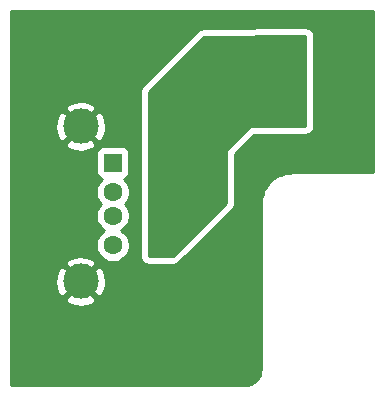
<source format=gbl>
G04 #@! TF.GenerationSoftware,KiCad,Pcbnew,(5.1.9)-1*
G04 #@! TF.CreationDate,2021-08-18T12:55:09-04:00*
G04 #@! TF.ProjectId,si-mips-usb-a-if,73692d6d-6970-4732-9d75-73622d612d69,rev?*
G04 #@! TF.SameCoordinates,Original*
G04 #@! TF.FileFunction,Copper,L2,Bot*
G04 #@! TF.FilePolarity,Positive*
%FSLAX46Y46*%
G04 Gerber Fmt 4.6, Leading zero omitted, Abs format (unit mm)*
G04 Created by KiCad (PCBNEW (5.1.9)-1) date 2021-08-18 12:55:09*
%MOMM*%
%LPD*%
G01*
G04 APERTURE LIST*
G04 #@! TA.AperFunction,ComponentPad*
%ADD10C,1.600000*%
G04 #@! TD*
G04 #@! TA.AperFunction,ComponentPad*
%ADD11R,1.500000X1.600000*%
G04 #@! TD*
G04 #@! TA.AperFunction,ComponentPad*
%ADD12C,3.000000*%
G04 #@! TD*
G04 #@! TA.AperFunction,ComponentPad*
%ADD13C,5.000000*%
G04 #@! TD*
G04 #@! TA.AperFunction,ViaPad*
%ADD14C,0.800000*%
G04 #@! TD*
G04 #@! TA.AperFunction,ViaPad*
%ADD15C,1.000000*%
G04 #@! TD*
G04 #@! TA.AperFunction,Conductor*
%ADD16C,0.254000*%
G04 #@! TD*
G04 #@! TA.AperFunction,Conductor*
%ADD17C,0.100000*%
G04 #@! TD*
G04 APERTURE END LIST*
D10*
G04 #@! TO.P,J1,4*
G04 #@! TO.N,GND*
X97800000Y-80000000D03*
G04 #@! TO.P,J1,3*
G04 #@! TO.N,/D+*
X97800000Y-77500000D03*
G04 #@! TO.P,J1,2*
G04 #@! TO.N,/D-*
X97800000Y-75500000D03*
D11*
G04 #@! TO.P,J1,1*
G04 #@! TO.N,VBUS*
X97800000Y-73000000D03*
D12*
G04 #@! TO.P,J1,5*
G04 #@! TO.N,Earth*
X95090000Y-83070000D03*
X95090000Y-69930000D03*
G04 #@! TD*
D13*
G04 #@! TO.P,H1,1*
G04 #@! TO.N,Earth*
X94870000Y-64000000D03*
G04 #@! TD*
G04 #@! TO.P,H2,1*
G04 #@! TO.N,Earth*
X94870000Y-89000000D03*
G04 #@! TD*
D14*
G04 #@! TO.N,GND*
X106250000Y-64500000D03*
X105250000Y-65500000D03*
X104250000Y-66500000D03*
X103250000Y-67500000D03*
X102250000Y-68500000D03*
X101750000Y-69750000D03*
X101750000Y-71000000D03*
X101750000Y-72250000D03*
X109080000Y-69000000D03*
X110250000Y-69000000D03*
X108040000Y-70040000D03*
X107040000Y-71040000D03*
X106690000Y-72560000D03*
X106690000Y-74060000D03*
X106690000Y-75310000D03*
X106500000Y-76500000D03*
X105625000Y-77375000D03*
X104500000Y-78500000D03*
X103500000Y-79500000D03*
X101750000Y-80000000D03*
G04 #@! TO.N,Earth*
X118400000Y-71570000D03*
X115700000Y-73350000D03*
X112650000Y-72550000D03*
X118400000Y-62340000D03*
X115690000Y-60670000D03*
D15*
X99670000Y-76470000D03*
G04 #@! TD*
D16*
G04 #@! TO.N,Earth*
X119840001Y-73840000D02*
X112967581Y-73840000D01*
X112938627Y-73842852D01*
X112926219Y-73842765D01*
X112917047Y-73843665D01*
X112528855Y-73884466D01*
X112470299Y-73896486D01*
X112411498Y-73907702D01*
X112402677Y-73910366D01*
X112029802Y-74025790D01*
X111974647Y-74048975D01*
X111919194Y-74071379D01*
X111911062Y-74075704D01*
X111911057Y-74075706D01*
X111911053Y-74075709D01*
X111567702Y-74261357D01*
X111518101Y-74294813D01*
X111468054Y-74327563D01*
X111460913Y-74333387D01*
X111160158Y-74582194D01*
X111118019Y-74624629D01*
X111075269Y-74666492D01*
X111069396Y-74673593D01*
X110822695Y-74976077D01*
X110789598Y-75025893D01*
X110755795Y-75075259D01*
X110751413Y-75083365D01*
X110568163Y-75428007D01*
X110545368Y-75483313D01*
X110521802Y-75538296D01*
X110519077Y-75547099D01*
X110406259Y-75920770D01*
X110394639Y-75979458D01*
X110382203Y-76037961D01*
X110381240Y-76047126D01*
X110343150Y-76435595D01*
X110340000Y-76467582D01*
X110340001Y-90467711D01*
X110311375Y-90759660D01*
X110235965Y-91009429D01*
X110113477Y-91239794D01*
X109948579Y-91441979D01*
X109747546Y-91608288D01*
X109518046Y-91732378D01*
X109268805Y-91809531D01*
X108978911Y-91840000D01*
X89160000Y-91840000D01*
X89160000Y-84561653D01*
X93777952Y-84561653D01*
X93933962Y-84877214D01*
X94308745Y-85068020D01*
X94713551Y-85182044D01*
X95132824Y-85214902D01*
X95550451Y-85165334D01*
X95950383Y-85035243D01*
X96246038Y-84877214D01*
X96402048Y-84561653D01*
X95090000Y-83249605D01*
X93777952Y-84561653D01*
X89160000Y-84561653D01*
X89160000Y-83112824D01*
X92945098Y-83112824D01*
X92994666Y-83530451D01*
X93124757Y-83930383D01*
X93282786Y-84226038D01*
X93598347Y-84382048D01*
X94910395Y-83070000D01*
X95269605Y-83070000D01*
X96581653Y-84382048D01*
X96897214Y-84226038D01*
X97088020Y-83851255D01*
X97202044Y-83446449D01*
X97234902Y-83027176D01*
X97185334Y-82609549D01*
X97055243Y-82209617D01*
X96897214Y-81913962D01*
X96581653Y-81757952D01*
X95269605Y-83070000D01*
X94910395Y-83070000D01*
X93598347Y-81757952D01*
X93282786Y-81913962D01*
X93091980Y-82288745D01*
X92977956Y-82693551D01*
X92945098Y-83112824D01*
X89160000Y-83112824D01*
X89160000Y-81578347D01*
X93777952Y-81578347D01*
X95090000Y-82890395D01*
X96402048Y-81578347D01*
X96246038Y-81262786D01*
X95871255Y-81071980D01*
X95466449Y-80957956D01*
X95047176Y-80925098D01*
X94629549Y-80974666D01*
X94229617Y-81104757D01*
X93933962Y-81262786D01*
X93777952Y-81578347D01*
X89160000Y-81578347D01*
X89160000Y-75358665D01*
X96365000Y-75358665D01*
X96365000Y-75641335D01*
X96420147Y-75918574D01*
X96528320Y-76179727D01*
X96685363Y-76414759D01*
X96770604Y-76500000D01*
X96685363Y-76585241D01*
X96528320Y-76820273D01*
X96420147Y-77081426D01*
X96365000Y-77358665D01*
X96365000Y-77641335D01*
X96420147Y-77918574D01*
X96528320Y-78179727D01*
X96685363Y-78414759D01*
X96885241Y-78614637D01*
X97087827Y-78750000D01*
X96885241Y-78885363D01*
X96685363Y-79085241D01*
X96528320Y-79320273D01*
X96420147Y-79581426D01*
X96365000Y-79858665D01*
X96365000Y-80141335D01*
X96420147Y-80418574D01*
X96528320Y-80679727D01*
X96685363Y-80914759D01*
X96885241Y-81114637D01*
X97120273Y-81271680D01*
X97381426Y-81379853D01*
X97658665Y-81435000D01*
X97941335Y-81435000D01*
X98218574Y-81379853D01*
X98479727Y-81271680D01*
X98714759Y-81114637D01*
X98914637Y-80914759D01*
X99071680Y-80679727D01*
X99179853Y-80418574D01*
X99235000Y-80141335D01*
X99235000Y-79858665D01*
X99179853Y-79581426D01*
X99071680Y-79320273D01*
X98914637Y-79085241D01*
X98714759Y-78885363D01*
X98512173Y-78750000D01*
X98714759Y-78614637D01*
X98914637Y-78414759D01*
X99071680Y-78179727D01*
X99179853Y-77918574D01*
X99235000Y-77641335D01*
X99235000Y-77358665D01*
X99179853Y-77081426D01*
X99071680Y-76820273D01*
X98914637Y-76585241D01*
X98829396Y-76500000D01*
X98914637Y-76414759D01*
X99071680Y-76179727D01*
X99179853Y-75918574D01*
X99235000Y-75641335D01*
X99235000Y-75358665D01*
X99179853Y-75081426D01*
X99071680Y-74820273D01*
X98914637Y-74585241D01*
X98736419Y-74407023D01*
X98794180Y-74389502D01*
X98904494Y-74330537D01*
X99001185Y-74251185D01*
X99080537Y-74154494D01*
X99139502Y-74044180D01*
X99175812Y-73924482D01*
X99188072Y-73800000D01*
X99188072Y-72200000D01*
X99175812Y-72075518D01*
X99139502Y-71955820D01*
X99080537Y-71845506D01*
X99001185Y-71748815D01*
X98904494Y-71669463D01*
X98794180Y-71610498D01*
X98674482Y-71574188D01*
X98550000Y-71561928D01*
X97050000Y-71561928D01*
X96925518Y-71574188D01*
X96805820Y-71610498D01*
X96695506Y-71669463D01*
X96598815Y-71748815D01*
X96519463Y-71845506D01*
X96460498Y-71955820D01*
X96424188Y-72075518D01*
X96411928Y-72200000D01*
X96411928Y-73800000D01*
X96424188Y-73924482D01*
X96460498Y-74044180D01*
X96519463Y-74154494D01*
X96598815Y-74251185D01*
X96695506Y-74330537D01*
X96805820Y-74389502D01*
X96863581Y-74407023D01*
X96685363Y-74585241D01*
X96528320Y-74820273D01*
X96420147Y-75081426D01*
X96365000Y-75358665D01*
X89160000Y-75358665D01*
X89160000Y-71421653D01*
X93777952Y-71421653D01*
X93933962Y-71737214D01*
X94308745Y-71928020D01*
X94713551Y-72042044D01*
X95132824Y-72074902D01*
X95550451Y-72025334D01*
X95950383Y-71895243D01*
X96246038Y-71737214D01*
X96402048Y-71421653D01*
X95090000Y-70109605D01*
X93777952Y-71421653D01*
X89160000Y-71421653D01*
X89160000Y-69972824D01*
X92945098Y-69972824D01*
X92994666Y-70390451D01*
X93124757Y-70790383D01*
X93282786Y-71086038D01*
X93598347Y-71242048D01*
X94910395Y-69930000D01*
X95269605Y-69930000D01*
X96581653Y-71242048D01*
X96897214Y-71086038D01*
X97088020Y-70711255D01*
X97202044Y-70306449D01*
X97234902Y-69887176D01*
X97185334Y-69469549D01*
X97055243Y-69069617D01*
X96897214Y-68773962D01*
X96581653Y-68617952D01*
X95269605Y-69930000D01*
X94910395Y-69930000D01*
X93598347Y-68617952D01*
X93282786Y-68773962D01*
X93091980Y-69148745D01*
X92977956Y-69553551D01*
X92945098Y-69972824D01*
X89160000Y-69972824D01*
X89160000Y-68438347D01*
X93777952Y-68438347D01*
X95090000Y-69750395D01*
X96402048Y-68438347D01*
X96246038Y-68122786D01*
X95871255Y-67931980D01*
X95466449Y-67817956D01*
X95047176Y-67785098D01*
X94629549Y-67834666D01*
X94229617Y-67964757D01*
X93933962Y-68122786D01*
X93777952Y-68438347D01*
X89160000Y-68438347D01*
X89160000Y-67000000D01*
X100115000Y-67000000D01*
X100115000Y-81000000D01*
X100127201Y-81123882D01*
X100163336Y-81243004D01*
X100222017Y-81352787D01*
X100300987Y-81449013D01*
X100397213Y-81527983D01*
X100506996Y-81586664D01*
X100626118Y-81622799D01*
X100750000Y-81635000D01*
X103000000Y-81635000D01*
X103123882Y-81622799D01*
X103243004Y-81586664D01*
X103352787Y-81527983D01*
X103449013Y-81449013D01*
X107949013Y-76949013D01*
X108027983Y-76852787D01*
X108086664Y-76743004D01*
X108122799Y-76623882D01*
X108135000Y-76500000D01*
X108135000Y-72263026D01*
X109763026Y-70635000D01*
X114250000Y-70635000D01*
X114373882Y-70622799D01*
X114493004Y-70586664D01*
X114602787Y-70527983D01*
X114699013Y-70449013D01*
X114777983Y-70352787D01*
X114836664Y-70243004D01*
X114872799Y-70123882D01*
X114885000Y-70000000D01*
X114885000Y-62200000D01*
X114872081Y-62072561D01*
X114835265Y-61953648D01*
X114775959Y-61844202D01*
X114696440Y-61748429D01*
X114599764Y-61670010D01*
X114489648Y-61611958D01*
X114370322Y-61576504D01*
X114246371Y-61565010D01*
X105496371Y-61615010D01*
X105376118Y-61627201D01*
X105256996Y-61663336D01*
X105147213Y-61722017D01*
X105050987Y-61800987D01*
X100300987Y-66550987D01*
X100222017Y-66647213D01*
X100163336Y-66756996D01*
X100127201Y-66876118D01*
X100115000Y-67000000D01*
X89160000Y-67000000D01*
X89160000Y-60160000D01*
X119840000Y-60160000D01*
X119840001Y-73840000D01*
G04 #@! TA.AperFunction,Conductor*
D17*
G36*
X119840001Y-73840000D02*
G01*
X112967581Y-73840000D01*
X112938627Y-73842852D01*
X112926219Y-73842765D01*
X112917047Y-73843665D01*
X112528855Y-73884466D01*
X112470299Y-73896486D01*
X112411498Y-73907702D01*
X112402677Y-73910366D01*
X112029802Y-74025790D01*
X111974647Y-74048975D01*
X111919194Y-74071379D01*
X111911062Y-74075704D01*
X111911057Y-74075706D01*
X111911053Y-74075709D01*
X111567702Y-74261357D01*
X111518101Y-74294813D01*
X111468054Y-74327563D01*
X111460913Y-74333387D01*
X111160158Y-74582194D01*
X111118019Y-74624629D01*
X111075269Y-74666492D01*
X111069396Y-74673593D01*
X110822695Y-74976077D01*
X110789598Y-75025893D01*
X110755795Y-75075259D01*
X110751413Y-75083365D01*
X110568163Y-75428007D01*
X110545368Y-75483313D01*
X110521802Y-75538296D01*
X110519077Y-75547099D01*
X110406259Y-75920770D01*
X110394639Y-75979458D01*
X110382203Y-76037961D01*
X110381240Y-76047126D01*
X110343150Y-76435595D01*
X110340000Y-76467582D01*
X110340001Y-90467711D01*
X110311375Y-90759660D01*
X110235965Y-91009429D01*
X110113477Y-91239794D01*
X109948579Y-91441979D01*
X109747546Y-91608288D01*
X109518046Y-91732378D01*
X109268805Y-91809531D01*
X108978911Y-91840000D01*
X89160000Y-91840000D01*
X89160000Y-84561653D01*
X93777952Y-84561653D01*
X93933962Y-84877214D01*
X94308745Y-85068020D01*
X94713551Y-85182044D01*
X95132824Y-85214902D01*
X95550451Y-85165334D01*
X95950383Y-85035243D01*
X96246038Y-84877214D01*
X96402048Y-84561653D01*
X95090000Y-83249605D01*
X93777952Y-84561653D01*
X89160000Y-84561653D01*
X89160000Y-83112824D01*
X92945098Y-83112824D01*
X92994666Y-83530451D01*
X93124757Y-83930383D01*
X93282786Y-84226038D01*
X93598347Y-84382048D01*
X94910395Y-83070000D01*
X95269605Y-83070000D01*
X96581653Y-84382048D01*
X96897214Y-84226038D01*
X97088020Y-83851255D01*
X97202044Y-83446449D01*
X97234902Y-83027176D01*
X97185334Y-82609549D01*
X97055243Y-82209617D01*
X96897214Y-81913962D01*
X96581653Y-81757952D01*
X95269605Y-83070000D01*
X94910395Y-83070000D01*
X93598347Y-81757952D01*
X93282786Y-81913962D01*
X93091980Y-82288745D01*
X92977956Y-82693551D01*
X92945098Y-83112824D01*
X89160000Y-83112824D01*
X89160000Y-81578347D01*
X93777952Y-81578347D01*
X95090000Y-82890395D01*
X96402048Y-81578347D01*
X96246038Y-81262786D01*
X95871255Y-81071980D01*
X95466449Y-80957956D01*
X95047176Y-80925098D01*
X94629549Y-80974666D01*
X94229617Y-81104757D01*
X93933962Y-81262786D01*
X93777952Y-81578347D01*
X89160000Y-81578347D01*
X89160000Y-75358665D01*
X96365000Y-75358665D01*
X96365000Y-75641335D01*
X96420147Y-75918574D01*
X96528320Y-76179727D01*
X96685363Y-76414759D01*
X96770604Y-76500000D01*
X96685363Y-76585241D01*
X96528320Y-76820273D01*
X96420147Y-77081426D01*
X96365000Y-77358665D01*
X96365000Y-77641335D01*
X96420147Y-77918574D01*
X96528320Y-78179727D01*
X96685363Y-78414759D01*
X96885241Y-78614637D01*
X97087827Y-78750000D01*
X96885241Y-78885363D01*
X96685363Y-79085241D01*
X96528320Y-79320273D01*
X96420147Y-79581426D01*
X96365000Y-79858665D01*
X96365000Y-80141335D01*
X96420147Y-80418574D01*
X96528320Y-80679727D01*
X96685363Y-80914759D01*
X96885241Y-81114637D01*
X97120273Y-81271680D01*
X97381426Y-81379853D01*
X97658665Y-81435000D01*
X97941335Y-81435000D01*
X98218574Y-81379853D01*
X98479727Y-81271680D01*
X98714759Y-81114637D01*
X98914637Y-80914759D01*
X99071680Y-80679727D01*
X99179853Y-80418574D01*
X99235000Y-80141335D01*
X99235000Y-79858665D01*
X99179853Y-79581426D01*
X99071680Y-79320273D01*
X98914637Y-79085241D01*
X98714759Y-78885363D01*
X98512173Y-78750000D01*
X98714759Y-78614637D01*
X98914637Y-78414759D01*
X99071680Y-78179727D01*
X99179853Y-77918574D01*
X99235000Y-77641335D01*
X99235000Y-77358665D01*
X99179853Y-77081426D01*
X99071680Y-76820273D01*
X98914637Y-76585241D01*
X98829396Y-76500000D01*
X98914637Y-76414759D01*
X99071680Y-76179727D01*
X99179853Y-75918574D01*
X99235000Y-75641335D01*
X99235000Y-75358665D01*
X99179853Y-75081426D01*
X99071680Y-74820273D01*
X98914637Y-74585241D01*
X98736419Y-74407023D01*
X98794180Y-74389502D01*
X98904494Y-74330537D01*
X99001185Y-74251185D01*
X99080537Y-74154494D01*
X99139502Y-74044180D01*
X99175812Y-73924482D01*
X99188072Y-73800000D01*
X99188072Y-72200000D01*
X99175812Y-72075518D01*
X99139502Y-71955820D01*
X99080537Y-71845506D01*
X99001185Y-71748815D01*
X98904494Y-71669463D01*
X98794180Y-71610498D01*
X98674482Y-71574188D01*
X98550000Y-71561928D01*
X97050000Y-71561928D01*
X96925518Y-71574188D01*
X96805820Y-71610498D01*
X96695506Y-71669463D01*
X96598815Y-71748815D01*
X96519463Y-71845506D01*
X96460498Y-71955820D01*
X96424188Y-72075518D01*
X96411928Y-72200000D01*
X96411928Y-73800000D01*
X96424188Y-73924482D01*
X96460498Y-74044180D01*
X96519463Y-74154494D01*
X96598815Y-74251185D01*
X96695506Y-74330537D01*
X96805820Y-74389502D01*
X96863581Y-74407023D01*
X96685363Y-74585241D01*
X96528320Y-74820273D01*
X96420147Y-75081426D01*
X96365000Y-75358665D01*
X89160000Y-75358665D01*
X89160000Y-71421653D01*
X93777952Y-71421653D01*
X93933962Y-71737214D01*
X94308745Y-71928020D01*
X94713551Y-72042044D01*
X95132824Y-72074902D01*
X95550451Y-72025334D01*
X95950383Y-71895243D01*
X96246038Y-71737214D01*
X96402048Y-71421653D01*
X95090000Y-70109605D01*
X93777952Y-71421653D01*
X89160000Y-71421653D01*
X89160000Y-69972824D01*
X92945098Y-69972824D01*
X92994666Y-70390451D01*
X93124757Y-70790383D01*
X93282786Y-71086038D01*
X93598347Y-71242048D01*
X94910395Y-69930000D01*
X95269605Y-69930000D01*
X96581653Y-71242048D01*
X96897214Y-71086038D01*
X97088020Y-70711255D01*
X97202044Y-70306449D01*
X97234902Y-69887176D01*
X97185334Y-69469549D01*
X97055243Y-69069617D01*
X96897214Y-68773962D01*
X96581653Y-68617952D01*
X95269605Y-69930000D01*
X94910395Y-69930000D01*
X93598347Y-68617952D01*
X93282786Y-68773962D01*
X93091980Y-69148745D01*
X92977956Y-69553551D01*
X92945098Y-69972824D01*
X89160000Y-69972824D01*
X89160000Y-68438347D01*
X93777952Y-68438347D01*
X95090000Y-69750395D01*
X96402048Y-68438347D01*
X96246038Y-68122786D01*
X95871255Y-67931980D01*
X95466449Y-67817956D01*
X95047176Y-67785098D01*
X94629549Y-67834666D01*
X94229617Y-67964757D01*
X93933962Y-68122786D01*
X93777952Y-68438347D01*
X89160000Y-68438347D01*
X89160000Y-67000000D01*
X100115000Y-67000000D01*
X100115000Y-81000000D01*
X100127201Y-81123882D01*
X100163336Y-81243004D01*
X100222017Y-81352787D01*
X100300987Y-81449013D01*
X100397213Y-81527983D01*
X100506996Y-81586664D01*
X100626118Y-81622799D01*
X100750000Y-81635000D01*
X103000000Y-81635000D01*
X103123882Y-81622799D01*
X103243004Y-81586664D01*
X103352787Y-81527983D01*
X103449013Y-81449013D01*
X107949013Y-76949013D01*
X108027983Y-76852787D01*
X108086664Y-76743004D01*
X108122799Y-76623882D01*
X108135000Y-76500000D01*
X108135000Y-72263026D01*
X109763026Y-70635000D01*
X114250000Y-70635000D01*
X114373882Y-70622799D01*
X114493004Y-70586664D01*
X114602787Y-70527983D01*
X114699013Y-70449013D01*
X114777983Y-70352787D01*
X114836664Y-70243004D01*
X114872799Y-70123882D01*
X114885000Y-70000000D01*
X114885000Y-62200000D01*
X114872081Y-62072561D01*
X114835265Y-61953648D01*
X114775959Y-61844202D01*
X114696440Y-61748429D01*
X114599764Y-61670010D01*
X114489648Y-61611958D01*
X114370322Y-61576504D01*
X114246371Y-61565010D01*
X105496371Y-61615010D01*
X105376118Y-61627201D01*
X105256996Y-61663336D01*
X105147213Y-61722017D01*
X105050987Y-61800987D01*
X100300987Y-66550987D01*
X100222017Y-66647213D01*
X100163336Y-66756996D01*
X100127201Y-66876118D01*
X100115000Y-67000000D01*
X89160000Y-67000000D01*
X89160000Y-60160000D01*
X119840000Y-60160000D01*
X119840001Y-73840000D01*
G37*
G04 #@! TD.AperFunction*
G04 #@! TD*
D16*
G04 #@! TO.N,GND*
X114123000Y-69873000D02*
X109500000Y-69873000D01*
X109475224Y-69875440D01*
X109451399Y-69882667D01*
X109429443Y-69894403D01*
X109410197Y-69910197D01*
X107410197Y-71910197D01*
X107394403Y-71929443D01*
X107382667Y-71951399D01*
X107375440Y-71975224D01*
X107373000Y-72000000D01*
X107373000Y-76447394D01*
X102947394Y-80873000D01*
X100877000Y-80873000D01*
X100877000Y-67052606D01*
X105552906Y-62376700D01*
X114123000Y-62327728D01*
X114123000Y-69873000D01*
G04 #@! TA.AperFunction,Conductor*
D17*
G36*
X114123000Y-69873000D02*
G01*
X109500000Y-69873000D01*
X109475224Y-69875440D01*
X109451399Y-69882667D01*
X109429443Y-69894403D01*
X109410197Y-69910197D01*
X107410197Y-71910197D01*
X107394403Y-71929443D01*
X107382667Y-71951399D01*
X107375440Y-71975224D01*
X107373000Y-72000000D01*
X107373000Y-76447394D01*
X102947394Y-80873000D01*
X100877000Y-80873000D01*
X100877000Y-67052606D01*
X105552906Y-62376700D01*
X114123000Y-62327728D01*
X114123000Y-69873000D01*
G37*
G04 #@! TD.AperFunction*
G04 #@! TD*
M02*

</source>
